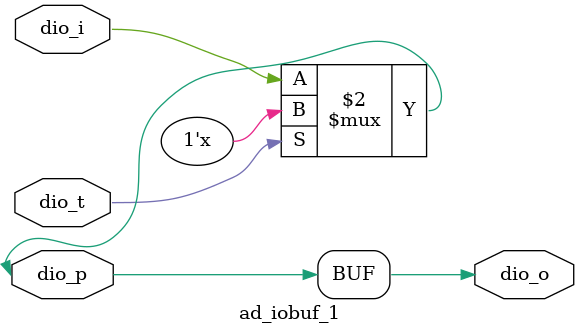
<source format=v>
module ad_iobuf_1 (
  dio_t,
  dio_i,
  dio_o,
  dio_p);
  parameter     DATA_WIDTH = 1;
  input   [(DATA_WIDTH-1):0]  dio_t;
  input   [(DATA_WIDTH-1):0]  dio_i;
  output  [(DATA_WIDTH-1):0]  dio_o;
  inout   [(DATA_WIDTH-1):0]  dio_p;
  genvar n;
  generate
  for (n = 0; n < DATA_WIDTH; n = n + 1) begin: g_iobuf
  assign dio_o[n] = dio_p[n];
  assign dio_p[n] = (dio_t[n] == 1'b1) ? 1'bz : dio_i[n];
  end
  endgenerate
endmodule
</source>
